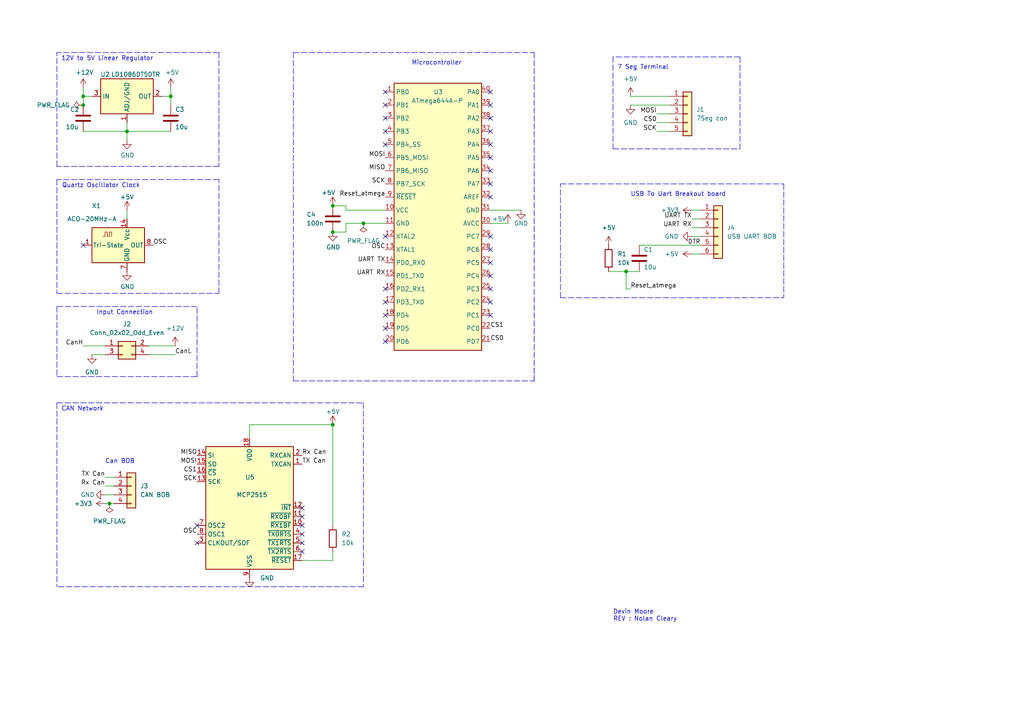
<source format=kicad_sch>
(kicad_sch (version 20211123) (generator eeschema)
  (paper "A4")
  (title_block (title "Wheel Display Schematic V3") (date "2021/01/30"))
  (lib_symbols
    (symbol "Connector_Generic:Conn_01x04" (pin_names (offset 1.016) hide)
      (property "Reference" "J" (at 0 5.08 0))
      (property "Value" "Conn_01x04" (at 0 -7.62 0))
      (symbol "Conn_01x04_1_1"
        (rectangle (start -1.27 -4.953) (end 0 -5.207) (stroke (width 0.1524)))
        (rectangle (start -1.27 -2.413) (end 0 -2.667) (stroke (width 0.1524)))
        (rectangle (start -1.27 0.127) (end 0 -0.127) (stroke (width 0.1524)))
        (rectangle (start -1.27 2.667) (end 0 2.413) (stroke (width 0.1524)))
        (rectangle (start -1.27 3.81) (end 1.27 -6.35) (stroke (width 0.254)) (fill (type background)))
        (pin passive line (at -5.08 2.54 0) (length 3.81) (name "Pin_1") (number "1"))
        (pin passive line (at -5.08 0 0) (length 3.81) (name "Pin_2") (number "2"))
        (pin passive line (at -5.08 -2.54 0) (length 3.81) (name "Pin_3") (number "3"))
        (pin passive line (at -5.08 -5.08 0) (length 3.81) (name "Pin_4") (number "4"))
      )
    )
    (symbol "Connector_Generic:Conn_01x05" (pin_names (offset 1.016) hide)
      (property "Reference" "J" (at 0 7.62 0))
      (property "Value" "Conn_01x05" (at 0 -7.62 0))
      (symbol "Conn_01x05_1_1"
        (rectangle (start -1.27 -4.953) (end 0 -5.207) (stroke (width 0.1524)))
        (rectangle (start -1.27 -2.413) (end 0 -2.667) (stroke (width 0.1524)))
        (rectangle (start -1.27 0.127) (end 0 -0.127) (stroke (width 0.1524)))
        (rectangle (start -1.27 2.667) (end 0 2.413) (stroke (width 0.1524)))
        (rectangle (start -1.27 5.207) (end 0 4.953) (stroke (width 0.1524)))
        (rectangle (start -1.27 6.35) (end 1.27 -6.35) (stroke (width 0.254)) (fill (type background)))
        (pin passive line (at -5.08 5.08 0) (length 3.81) (name "Pin_1") (number "1"))
        (pin passive line (at -5.08 2.54 0) (length 3.81) (name "Pin_2") (number "2"))
        (pin passive line (at -5.08 0 0) (length 3.81) (name "Pin_3") (number "3"))
        (pin passive line (at -5.08 -2.54 0) (length 3.81) (name "Pin_4") (number "4"))
        (pin passive line (at -5.08 -5.08 0) (length 3.81) (name "Pin_5") (number "5"))
      )
    )
    (symbol "Connector_Generic:Conn_01x06" (pin_names (offset 1.016) hide)
      (property "Reference" "J" (at 0 7.62 0))
      (property "Value" "Conn_01x06" (at 0 -10.16 0))
      (symbol "Conn_01x06_1_1"
        (rectangle (start -1.27 -7.493) (end 0 -7.747) (stroke (width 0.1524)))
        (rectangle (start -1.27 -4.953) (end 0 -5.207) (stroke (width 0.1524)))
        (rectangle (start -1.27 -2.413) (end 0 -2.667) (stroke (width 0.1524)))
        (rectangle (start -1.27 0.127) (end 0 -0.127) (stroke (width 0.1524)))
        (rectangle (start -1.27 2.667) (end 0 2.413) (stroke (width 0.1524)))
        (rectangle (start -1.27 5.207) (end 0 4.953) (stroke (width 0.1524)))
        (rectangle (start -1.27 6.35) (end 1.27 -8.89) (stroke (width 0.254)) (fill (type background)))
        (pin passive line (at -5.08 5.08 0) (length 3.81) (name "Pin_1") (number "1"))
        (pin passive line (at -5.08 2.54 0) (length 3.81) (name "Pin_2") (number "2"))
        (pin passive line (at -5.08 0 0) (length 3.81) (name "Pin_3") (number "3"))
        (pin passive line (at -5.08 -2.54 0) (length 3.81) (name "Pin_4") (number "4"))
        (pin passive line (at -5.08 -5.08 0) (length 3.81) (name "Pin_5") (number "5"))
        (pin passive line (at -5.08 -7.62 0) (length 3.81) (name "Pin_6") (number "6"))
      )
    )
    (symbol "Connector_Generic:Conn_02x02_Odd_Even" (pin_names (offset 1.016) hide)
      (property "Reference" "J" (at 1.27 2.54 0))
      (property "Value" "Conn_02x02_Odd_Even" (at 1.27 -5.08 0))
      (symbol "Conn_02x02_Odd_Even_1_1"
        (rectangle (start -1.27 -2.413) (end 0 -2.667) (stroke (width 0.1524)))
        (rectangle (start -1.27 0.127) (end 0 -0.127) (stroke (width 0.1524)))
        (rectangle (start -1.27 1.27) (end 3.81 -3.81) (stroke (width 0.254)) (fill (type background)))
        (rectangle (start 3.81 -2.413) (end 2.54 -2.667) (stroke (width 0.1524)))
        (rectangle (start 3.81 0.127) (end 2.54 -0.127) (stroke (width 0.1524)))
        (pin passive line (at -5.08 0 0) (length 3.81) (name "Pin_1") (number "1"))
        (pin passive line (at 7.62 0 180) (length 3.81) (name "Pin_2") (number "2"))
        (pin passive line (at -5.08 -2.54 0) (length 3.81) (name "Pin_3") (number "3"))
        (pin passive line (at 7.62 -2.54 180) (length 3.81) (name "Pin_4") (number "4"))
      )
    )
    (symbol "Device:C" (pin_numbers hide) (pin_names (offset 0.254))
      (property "Reference" "C" (at 0.635 2.54 0))
      (property "Value" "C" (at 0.635 -2.54 0))
      (symbol "C_0_1"
        (polyline (pts (xy -2.032 -0.762) (xy 2.032 -0.762)) (stroke (width 0.508)))
        (polyline (pts (xy -2.032 0.762) (xy 2.032 0.762)) (stroke (width 0.508)))
      )
      (symbol "C_1_1"
        (pin passive line (at 0 3.81 270) (length 2.794) (name "~") (number "1"))
        (pin passive line (at 0 -3.81 90) (length 2.794) (name "~") (number "2"))
      )
    )
    (symbol "Device:R" (pin_numbers hide) (pin_names (offset 0))
      (property "Reference" "R" (at 2.032 0 90))
      (property "Value" "R" (at 0 0 90))
      (symbol "R_0_1"
        (rectangle (start -1.016 -2.54) (end 1.016 2.54) (stroke (width 0.254)))
      )
      (symbol "R_1_1"
        (pin passive line (at 0 3.81 270) (length 1.27) (name "~") (number "1"))
        (pin passive line (at 0 -3.81 90) (length 1.27) (name "~") (number "2"))
      )
    )
    (symbol "Interface_CAN_LIN:MCP2515-xSO"
      (property "Reference" "U" (at -10.16 19.685 0))
      (property "Value" "MCP2515-xSO" (at 19.05 20.32 0))
      (symbol "MCP2515-xSO_0_1"
        (rectangle (start -12.7 17.78) (end 12.7 -17.78) (stroke (width 0.254)) (fill (type background)))
      )
      (symbol "MCP2515-xSO_1_1"
        (pin output line (at 15.24 12.7 180) (length 2.54) (name "TXCAN") (number "1"))
        (pin output line (at 15.24 -5.08 180) (length 2.54) (name "~{RX1BF}") (number "10"))
        (pin output line (at 15.24 -2.54 180) (length 2.54) (name "~{RX0BF}") (number "11"))
        (pin output line (at 15.24 0 180) (length 2.54) (name "~{INT}") (number "12"))
        (pin input line (at -15.24 7.62 0) (length 2.54) (name "SCK") (number "13"))
        (pin input line (at -15.24 15.24 0) (length 2.54) (name "SI") (number "14"))
        (pin output line (at -15.24 12.7 0) (length 2.54) (name "SO") (number "15"))
        (pin input line (at -15.24 10.16 0) (length 2.54) (name "~{CS}") (number "16"))
        (pin input line (at 15.24 -15.24 180) (length 2.54) (name "~{RESET}") (number "17"))
        (pin power_in line (at 0 20.32 270) (length 2.54) (name "VDD") (number "18"))
        (pin input line (at 15.24 15.24 180) (length 2.54) (name "RXCAN") (number "2"))
        (pin output line (at -15.24 -10.16 0) (length 2.54) (name "CLKOUT/SOF") (number "3"))
        (pin input line (at 15.24 -7.62 180) (length 2.54) (name "~{TX0RTS}") (number "4"))
        (pin input line (at 15.24 -10.16 180) (length 2.54) (name "~{TX1RTS}") (number "5"))
        (pin input line (at 15.24 -12.7 180) (length 2.54) (name "~{TX2RTS}") (number "6"))
        (pin output line (at -15.24 -5.08 0) (length 2.54) (name "OSC2") (number "7"))
        (pin input line (at -15.24 -7.62 0) (length 2.54) (name "OSC1") (number "8"))
        (pin power_in line (at 0 -20.32 90) (length 2.54) (name "VSS") (number "9"))
      )
    )
    (symbol "MCU_Microchip_ATmega:ATmega644A-P"
      (property "Reference" "U3" (at -1.27 45.72 0))
      (property "Value" "ATmega644A-P" (at -7.62 43.18 0))
      (symbol "ATmega644A-P_0_1"
        (rectangle (start -12.7 48.26) (end 12.7 -29.21) (stroke (width 0.254)) (fill (type background)))
      )
      (symbol "ATmega644A-P_1_1"
        (pin bidirectional line (at -15.24 45.72 0) (length 2.54) (name "PB0") (number "1"))
        (pin power_in line (at -15.24 11.43 0) (length 2.54) (name "VCC") (number "10"))
        (pin power_in line (at -15.24 7.62 0) (length 2.54) (name "GND") (number "11"))
        (pin output line (at -15.24 3.81 0) (length 2.54) (name "XTAL2") (number "12"))
        (pin input line (at -15.24 0 0) (length 2.54) (name "XTAL1") (number "13"))
        (pin bidirectional line (at -15.24 -3.81 0) (length 2.54) (name "PD0_RX0") (number "14"))
        (pin bidirectional line (at -15.24 -7.62 0) (length 2.54) (name "PD1_TX0") (number "15"))
        (pin bidirectional line (at -15.24 -11.43 0) (length 2.54) (name "PD2_RX1") (number "16"))
        (pin bidirectional line (at -15.24 -15.24 0) (length 2.54) (name "PD3_TX0") (number "17"))
        (pin bidirectional line (at -15.24 -19.05 0) (length 2.54) (name "PD4") (number "18"))
        (pin bidirectional line (at -15.24 -22.86 0) (length 2.54) (name "PD5") (number "19"))
        (pin bidirectional line (at -15.24 41.91 0) (length 2.54) (name "PB1") (number "2"))
        (pin bidirectional line (at -15.24 -26.67 0) (length 2.54) (name "PD6") (number "20"))
        (pin bidirectional line (at 15.24 -26.67 180) (length 2.54) (name "PD7") (number "21"))
        (pin bidirectional line (at 15.24 -22.86 180) (length 2.54) (name "PC0") (number "22"))
        (pin bidirectional line (at 15.24 -19.05 180) (length 2.54) (name "PC1") (number "23"))
        (pin bidirectional line (at 15.24 -15.24 180) (length 2.54) (name "PC2") (number "24"))
        (pin bidirectional line (at 15.24 -11.43 180) (length 2.54) (name "PC3") (number "25"))
        (pin bidirectional line (at 15.24 -7.62 180) (length 2.54) (name "PC4") (number "26"))
        (pin bidirectional line (at 15.24 -3.81 180) (length 2.54) (name "PC5") (number "27"))
        (pin bidirectional line (at 15.24 0 180) (length 2.54) (name "PC6") (number "28"))
        (pin bidirectional line (at 15.24 3.81 180) (length 2.54) (name "PC7") (number "29"))
        (pin bidirectional line (at -15.24 38.1 0) (length 2.54) (name "PB2") (number "3"))
        (pin power_in line (at 15.24 7.62 180) (length 2.54) (name "AVCC") (number "30"))
        (pin power_in line (at 15.24 11.43 180) (length 2.54) (name "GND") (number "31"))
        (pin passive line (at 15.24 15.24 180) (length 2.54) (name "AREF") (number "32"))
        (pin bidirectional line (at 15.24 19.05 180) (length 2.54) (name "PA7") (number "33"))
        (pin bidirectional line (at 15.24 22.86 180) (length 2.54) (name "PA6") (number "34"))
        (pin bidirectional line (at 15.24 26.67 180) (length 2.54) (name "PA5") (number "35"))
        (pin bidirectional line (at 15.24 30.48 180) (length 2.54) (name "PA4") (number "36"))
        (pin bidirectional line (at 15.24 34.29 180) (length 2.54) (name "PA3") (number "37"))
        (pin bidirectional line (at 15.24 38.1 180) (length 2.54) (name "PA2") (number "38"))
        (pin bidirectional line (at 15.24 41.91 180) (length 2.54) (name "PA1") (number "39"))
        (pin bidirectional line (at -15.24 34.29 0) (length 2.54) (name "PB3") (number "4"))
        (pin bidirectional line (at 15.24 45.72 180) (length 2.54) (name "PA0") (number "40"))
        (pin bidirectional line (at -15.24 30.48 0) (length 2.54) (name "PB4_SS") (number "5"))
        (pin bidirectional line (at -15.24 26.67 0) (length 2.54) (name "PB5_MOSI") (number "6"))
        (pin bidirectional line (at -15.24 22.86 0) (length 2.54) (name "PB6_MISO") (number "7"))
        (pin bidirectional line (at -15.24 19.05 0) (length 2.54) (name "PB7_SCK") (number "8"))
        (pin input line (at -15.24 15.24 0) (length 2.54) (name "~{RESET}") (number "9"))
      )
    )
    (symbol "Oscillator:ACO-xxxMHz-A" (pin_names (offset 0.254))
      (property "Reference" "X" (at -5.08 6.35 0))
      (property "Value" "ACO-xxxMHz-A" (at 1.27 -6.35 0))
      (symbol "ACO-xxxMHz-A_0_1"
        (rectangle (start -10.16 5.08) (end 5.08 -5.08) (stroke (width 0.254)) (fill (type background)))
        (polyline (pts (xy -6.985 2.54) (xy -6.35 2.54) (xy -6.35 3.81) (xy -5.715 3.81) (xy -5.715 2.54) (xy -5.08 2.54) (xy -5.08 3.81) (xy -4.445 3.81) (xy -4.445 2.54)))
      )
      (symbol "ACO-xxxMHz-A_1_1"
        (pin input line (at -12.7 0 0) (length 2.54) (name "Tri-State") (number "1"))
        (pin power_in line (at 0 7.62 270) (length 2.54) (name "Vcc") (number "14"))
        (pin power_in line (at 0 -7.62 90) (length 2.54) (name "GND") (number "7"))
        (pin output line (at 7.62 0 180) (length 2.54) (name "OUT") (number "8"))
      )
    )
    (symbol "Regulator_Linear:LD1086DT50TR"
      (property "Reference" "U" (at 0 10.16 0))
      (property "Value" "LD1086DT50TR" (at 0 7.62 0))
      (symbol "LD1086DT50TR_1_1"
        (rectangle (start -7.62 -5.08) (end 7.62 5.08) (stroke (width 0.254)) (fill (type background)))
        (pin input line (at 0 -7.62 90) (length 2.54) (name "ADJ/GND") (number "1"))
        (pin power_out line (at 10.16 0 180) (length 2.54) (name "OUT") (number "2"))
        (pin power_in line (at -10.16 0 0) (length 2.54) (name "IN") (number "3"))
      )
    )
    (symbol "power:+12V" (power) (pin_names (offset 0))
      (property "Value" "+12V" (at 0 3.556 0))
      (symbol "+12V_0_1"
        (polyline (pts (xy -0.762 1.27) (xy 0 2.54)))
        (polyline (pts (xy 0 0) (xy 0 2.54)))
        (polyline (pts (xy 0 2.54) (xy 0.762 1.27)))
      )
      (symbol "+12V_1_1"
        (pin power_in line (at 0 0 90) (length 0) hide (name "+12V") (number "1"))
      )
    )
    (symbol "power:+3.3V" (power) (pin_names (offset 0))
      (property "Value" "+3.3V" (at 0 3.556 0))
      (symbol "+3.3V_0_1"
        (polyline (pts (xy -0.762 1.27) (xy 0 2.54)))
        (polyline (pts (xy 0 0) (xy 0 2.54)))
        (polyline (pts (xy 0 2.54) (xy 0.762 1.27)))
      )
      (symbol "+3.3V_1_1"
        (pin power_in line (at 0 0 90) (length 0) hide (name "+3V3") (number "1"))
      )
    )
    (symbol "power:+5V" (power) (pin_names (offset 0))
      (property "Value" "+5V" (at 0 3.556 0))
      (symbol "+5V_0_1"
        (polyline (pts (xy -0.762 1.27) (xy 0 2.54)))
        (polyline (pts (xy 0 0) (xy 0 2.54)))
        (polyline (pts (xy 0 2.54) (xy 0.762 1.27)))
      )
      (symbol "+5V_1_1"
        (pin power_in line (at 0 0 90) (length 0) hide (name "+5V") (number "1"))
      )
    )
    (symbol "power:GND" (power) (pin_names (offset 0))
      (property "Value" "GND" (at 0 -3.81 0))
      (symbol "GND_0_1"
        (polyline (pts (xy 0 0) (xy 0 -1.27) (xy 1.27 -1.27) (xy 0 -2.54) (xy -1.27 -1.27) (xy 0 -1.27)))
      )
      (symbol "GND_1_1"
        (pin power_in line (at 0 0 270) (length 0) hide (name "GND") (number "1"))
      )
    )
    (symbol "power:PWR_FLAG" (power) (pin_numbers hide) (pin_names (offset 0) hide)
      (property "Value" "PWR_FLAG" (at 0 3.81 0))
      (symbol "PWR_FLAG_0_0"
        (pin power_out line (at 0 0 90) (length 0) (name "pwr") (number "1"))
      )
      (symbol "PWR_FLAG_0_1"
        (polyline (pts (xy 0 0) (xy 0 1.27) (xy -1.016 1.905) (xy 0 2.54) (xy 1.016 1.905) (xy 0 1.27)))
      )
    )
  )
  (junction (at 24.13 30.48))
  (junction (at 24.13 27.94))
  (junction (at 105.41 64.77))
  (junction (at 96.52 59.69))
  (junction (at 31.75 146.05))
  (junction (at 181.61 78.74))
  (junction (at 36.83 38.1))
  (junction (at 49.53 27.94))
  (junction (at 96.52 67.31))
  (junction (at 96.52 123.19))
  (no_connect (at 111.76 91.44))
  (no_connect (at 111.76 99.06))
  (no_connect (at 111.76 95.25))
  (no_connect (at 142.24 80.01))
  (no_connect (at 142.24 87.63))
  (no_connect (at 57.15 157.48))
  (no_connect (at 24.13 71.12))
  (no_connect (at 87.63 147.32))
  (no_connect (at 111.76 83.82))
  (no_connect (at 111.76 87.63))
  (no_connect (at 87.63 154.94))
  (no_connect (at 142.24 91.44))
  (no_connect (at 87.63 157.48))
  (no_connect (at 142.24 68.58))
  (no_connect (at 142.24 76.2))
  (no_connect (at 142.24 72.39))
  (no_connect (at 142.24 53.34))
  (no_connect (at 142.24 57.15))
  (no_connect (at 111.76 34.29))
  (no_connect (at 111.76 30.48))
  (no_connect (at 111.76 38.1))
  (no_connect (at 111.76 26.67))
  (no_connect (at 111.76 41.91))
  (no_connect (at 142.24 41.91))
  (no_connect (at 142.24 38.1))
  (no_connect (at 142.24 34.29))
  (no_connect (at 142.24 26.67))
  (no_connect (at 142.24 30.48))
  (no_connect (at 142.24 49.53))
  (no_connect (at 142.24 45.72))
  (no_connect (at 142.24 83.82))
  (no_connect (at 87.63 152.4))
  (no_connect (at 87.63 149.86))
  (no_connect (at 87.63 160.02))
  (no_connect (at 57.15 152.4))
  (no_connect (at 111.76 68.58))
  (wire (pts (xy 43.18 100.33) (xy 50.8 100.33)))
  (wire (pts (xy 190.5 33.02) (xy 194.31 33.02)))
  (polyline (pts (xy 177.8 43.18) (xy 214.63 43.18)))
  (wire (pts (xy 200.66 73.66) (xy 203.2 73.66)))
  (polyline (pts (xy 57.15 88.9) (xy 16.51 88.9)))
  (polyline (pts (xy 162.56 53.34) (xy 227.33 53.34)))
  (wire (pts (xy 182.88 27.94) (xy 194.31 27.94)))
  (wire (pts (xy 87.63 162.56) (xy 96.52 162.56)))
  (wire (pts (xy 181.61 83.82) (xy 182.88 83.82)))
  (polyline (pts (xy 63.5 15.24) (xy 63.5 48.26)))
  (polyline (pts (xy 154.94 110.49) (xy 154.94 106.68)))
  (polyline (pts (xy 16.51 109.22) (xy 57.15 109.22)))
  (polyline (pts (xy 85.09 15.24) (xy 154.94 15.24)))
  (wire (pts (xy 30.48 143.51) (xy 33.02 143.51)))
  (wire (pts (xy 181.61 78.74) (xy 181.61 83.82)))
  (wire (pts (xy 24.13 38.1) (xy 36.83 38.1)))
  (wire (pts (xy 190.5 38.1) (xy 194.31 38.1)))
  (polyline (pts (xy 105.41 116.84) (xy 105.41 170.18)))
  (wire (pts (xy 30.48 138.43) (xy 33.02 138.43)))
  (wire (pts (xy 36.83 35.56) (xy 36.83 38.1)))
  (wire (pts (xy 72.39 123.19) (xy 96.52 123.19)))
  (wire (pts (xy 26.67 102.87) (xy 30.48 102.87)))
  (wire (pts (xy 24.13 27.94) (xy 24.13 25.4)))
  (wire (pts (xy 30.48 146.05) (xy 31.75 146.05)))
  (wire (pts (xy 147.32 64.77) (xy 142.24 64.77)))
  (polyline (pts (xy 177.8 16.51) (xy 177.8 43.18)))
  (wire (pts (xy 46.99 27.94) (xy 49.53 27.94)))
  (wire (pts (xy 142.24 60.96) (xy 151.13 60.96)))
  (polyline (pts (xy 162.56 86.36) (xy 162.56 53.34)))
  (polyline (pts (xy 16.51 88.9) (xy 16.51 109.22)))
  (wire (pts (xy 200.66 68.58) (xy 203.2 68.58)))
  (wire (pts (xy 100.33 67.31) (xy 100.33 64.77)))
  (wire (pts (xy 96.52 123.19) (xy 96.52 152.4)))
  (polyline (pts (xy 57.15 109.22) (xy 57.15 109.22)))
  (wire (pts (xy 200.66 66.04) (xy 203.2 66.04)))
  (wire (pts (xy 31.75 146.05) (xy 33.02 146.05)))
  (wire (pts (xy 24.13 100.33) (xy 30.48 100.33)))
  (wire (pts (xy 26.67 27.94) (xy 24.13 27.94)))
  (wire (pts (xy 100.33 64.77) (xy 105.41 64.77)))
  (polyline (pts (xy 162.56 86.36) (xy 227.33 86.36)))
  (polyline (pts (xy 214.63 16.51) (xy 177.8 16.51)))
  (wire (pts (xy 24.13 30.48) (xy 24.13 27.94)))
  (polyline (pts (xy 85.09 110.49) (xy 154.94 110.49)))
  (wire (pts (xy 36.83 38.1) (xy 36.83 40.64)))
  (polyline (pts (xy 214.63 16.51) (xy 214.63 16.51)))
  (polyline (pts (xy 63.5 52.07) (xy 16.51 52.07)))
  (wire (pts (xy 185.42 71.12) (xy 203.2 71.12)))
  (polyline (pts (xy 16.51 116.84) (xy 16.51 170.18)))
  (wire (pts (xy 181.61 78.74) (xy 185.42 78.74)))
  (wire (pts (xy 96.52 67.31) (xy 100.33 67.31)))
  (wire (pts (xy 72.39 123.19) (xy 72.39 127)))
  (polyline (pts (xy 16.51 48.26) (xy 16.51 15.24)))
  (wire (pts (xy 111.76 60.96) (xy 100.33 60.96)))
  (wire (pts (xy 36.83 60.96) (xy 36.83 63.5)))
  (wire (pts (xy 100.33 59.69) (xy 96.52 59.69)))
  (polyline (pts (xy 16.51 116.84) (xy 105.41 116.84)))
  (polyline (pts (xy 63.5 85.09) (xy 63.5 52.07)))
  (polyline (pts (xy 154.94 15.24) (xy 154.94 110.49)))
  (polyline (pts (xy 85.09 15.24) (xy 85.09 110.49)))
  (wire (pts (xy 176.53 78.74) (xy 181.61 78.74)))
  (wire (pts (xy 49.53 30.48) (xy 49.53 27.94)))
  (wire (pts (xy 200.66 63.5) (xy 203.2 63.5)))
  (wire (pts (xy 105.41 64.77) (xy 111.76 64.77)))
  (wire (pts (xy 200.66 60.96) (xy 203.2 60.96)))
  (wire (pts (xy 96.52 160.02) (xy 96.52 162.56)))
  (polyline (pts (xy 227.33 53.34) (xy 227.33 86.36)))
  (wire (pts (xy 49.53 38.1) (xy 36.83 38.1)))
  (wire (pts (xy 182.88 30.48) (xy 194.31 30.48)))
  (wire (pts (xy 190.5 35.56) (xy 194.31 35.56)))
  (polyline (pts (xy 57.15 109.22) (xy 57.15 88.9)))
  (wire (pts (xy 100.33 60.96) (xy 100.33 59.69)))
  (wire (pts (xy 30.48 140.97) (xy 33.02 140.97)))
  (wire (pts (xy 43.18 102.87) (xy 50.8 102.87)))
  (polyline (pts (xy 105.41 170.18) (xy 16.51 170.18)))
  (wire (pts (xy 49.53 25.4) (xy 49.53 27.94)))
  (polyline (pts (xy 16.51 52.07) (xy 16.51 85.09)))
  (polyline (pts (xy 63.5 48.26) (xy 16.51 48.26)))
  (polyline (pts (xy 214.63 16.51) (xy 214.63 43.18)))
  (polyline (pts (xy 16.51 85.09) (xy 63.5 85.09)))
  (polyline (pts (xy 63.5 15.24) (xy 16.51 15.24)))
  (text "CAN Network" (at 17.78 119.38 0) (effects (font (size 1.27 1.27)) (justify left bottom)))
  (text "USB To Uart Breakout board\n" (at 182.88 57.15 0) (effects (font (size 1.27 1.27)) (justify left bottom)))
  (text "Can BOB\n" (at 30.48 134.62 0) (effects (font (size 1.27 1.27)) (justify left bottom)))
  (text "12V to 5V Linear Regulator" (at 17.78 17.78 0) (effects (font (size 1.27 1.27)) (justify left bottom)))
  (text "Quartz Oscillator Clock\n" (at 40.64 54.61 180) (effects (font (size 1.27 1.27)) (justify right bottom)))
  (text "7 Seg Terminal\n" (at 179.07 20.32 0) (effects (font (size 1.27 1.27)) (justify left bottom)))
  (text "Devin Moore\nREV : Nolan Cleary\n" (at 177.8 180.34 0) (effects (font (size 1.27 1.27)) (justify left bottom)))
  (text "Microcontroller" (at 119.38 19.05 0) (effects (font (size 1.27 1.27)) (justify left bottom)))
  (text "Input Connection" (at 27.94 91.44 0) (effects (font (size 1.27 1.27)) (justify left bottom)))
  (label "Reset_atmega" (at 182.88 83.82 0))
  (label "MOSI" (at 57.15 134.62 180))
  (label "OSC" (at 57.15 154.94 180))
  (label "Rx Can" (at 30.48 140.97 180))
  (label "UART TX" (at 111.76 76.2 180))
  (label "TX Can" (at 30.48 138.43 180))
  (label "MOSI" (at 190.5 33.02 180))
  (label "OSC" (at 44.45 71.12 0))
  (label "Rx Can" (at 87.63 132.08 0))
  (label "UART TX" (at 200.66 63.5 180))
  (label "CS1" (at 57.15 137.16 180))
  (label "CanH" (at 24.13 100.33 180))
  (label "SCK" (at 190.5 38.1 180))
  (label "SCK" (at 111.76 53.34 180))
  (label "Reset_atmega" (at 111.76 57.15 180))
  (label "CS0" (at 142.24 99.06 0))
  (label "CS1" (at 142.24 95.25 0))
  (label "TX Can" (at 87.63 134.62 0))
  (label "MISO" (at 57.15 132.08 180))
  (label "UART RX" (at 200.66 66.04 180))
  (label "CanL" (at 50.8 102.87 0))
  (label "DTR" (at 203.2 71.12 180))
  (label "UART RX" (at 111.76 80.01 180))
  (label "MISO" (at 111.76 49.53 180))
  (label "OSC" (at 111.76 72.39 180))
  (label "SCK" (at 57.15 139.7 180))
  (label "MOSI" (at 111.76 45.72 180))
  (label "CS0" (at 190.5 35.56 180))
  (symbol (lib_id "Regulator_Linear:LD1086DT50TR") (at 36.83 27.94 0) (unit 1)
    (property "Reference" "U2" (at 30.48 21.59 0))
    (property "Value" "LD1086DT50TR" (at 39.37 21.59 0))
    (property "Footprint" "Package_TO_SOT_SMD:TO-252-2" (effects hide))
    (property "Datasheet" "https://www.st.com/resource/en/datasheet/ld1086.pdf" (effects hide))
  )
  (symbol (lib_id "Device:C") (at 49.53 34.29 0) (unit 1)
    (property "Reference" "C3" (at 50.8 31.75 0) (effects (justify left)))
    (property "Value" "10u" (at 50.8 36.83 0) (effects (justify left)))
    (property "Footprint" "Capacitor_THT:C_Disc_D3.0mm_W1.6mm_P2.50mm" (effects hide))
  )
  (symbol (lib_id "Device:C") (at 24.13 34.29 0) (unit 1)
    (property "Reference" "C2" (at 20.32 31.75 0) (effects (justify left)))
    (property "Value" "10u" (at 19.05 36.83 0) (effects (justify left)))
    (property "Footprint" "Capacitor_THT:C_Disc_D3.0mm_W1.6mm_P2.50mm" (effects hide))
  )
  (symbol (lib_id "power:GND") (at 36.83 40.64 0) (unit 1)
    (property "Reference" "#PWR0129" (effects hide))
    (property "Value" "GND" (at 36.957 45.0342 0))
  )
  (symbol (lib_id "power:+12V") (at 24.13 25.4 0) (unit 1)
    (property "Reference" "#PWR0127" (effects hide))
    (property "Value" "+12V" (at 24.511 21.0058 0))
  )
  (symbol (lib_id "power:+5V") (at 49.53 25.4 0) (unit 1)
    (property "Reference" "#PWR0125" (effects hide))
    (property "Value" "+5V" (at 49.911 21.0058 0))
  )
  (symbol (lib_id "power:GND") (at 36.83 78.74 0) (unit 1)
    (property "Reference" "#PWR0120" (effects hide))
    (property "Value" "GND" (at 36.957 83.1342 0))
  )
  (symbol (lib_id "power:+5V") (at 96.52 59.69 0) (unit 1)
    (property "Reference" "#PWR0135" (effects hide))
    (property "Value" "+5V" (at 95.25 55.88 0))
  )
  (symbol (lib_id "power:GND") (at 96.52 67.31 0) (unit 1)
    (property "Reference" "#PWR0118" (effects hide))
    (property "Value" "GND" (at 96.647 71.7042 0))
  )
  (symbol (lib_id "Device:C") (at 96.52 63.5 0) (unit 1)
    (property "Reference" "C4" (at 88.9 62.23 0) (effects (justify left)))
    (property "Value" "100n" (at 88.9 64.77 0) (effects (justify left)))
    (property "Footprint" "Capacitor_THT:C_Disc_D3.0mm_W1.6mm_P2.50mm" (effects hide))
  )
  (symbol (lib_id "power:PWR_FLAG") (at 31.75 146.05 180) (unit 1)
    (property "Reference" "#FLG0103" (effects hide))
    (property "Value" "PWR_FLAG" (at 31.75 151.13 0))
  )
  (symbol (lib_id "power:+5V") (at 96.52 123.19 0) (unit 1)
    (property "Reference" "#PWR0106" (effects hide))
    (property "Value" "+5V" (at 96.52 119.38 0))
  )
  (symbol (lib_id "power:+5V") (at 147.32 64.77 0) (unit 1)
    (property "Reference" "#PWR0102" (effects hide))
    (property "Value" "+5V" (at 144.78 63.5 0))
  )
  (symbol (lib_id "power:PWR_FLAG") (at 105.41 64.77 180) (unit 1)
    (property "Reference" "#FLG0102" (effects hide))
    (property "Value" "PWR_FLAG" (at 105.41 69.85 0))
  )
  (symbol (lib_id "Device:R") (at 176.53 74.93 0) (unit 1)
    (property "Reference" "R1" (at 179.07 73.6599 0) (effects (justify left)))
    (property "Value" "10k" (at 179.07 76.1999 0) (effects (justify left)))
    (property "Footprint" "Resistor_THT:R_Axial_DIN0204_L3.6mm_D1.6mm_P5.08mm_Horizontal" (effects hide))
  )
  (symbol (lib_id "power:+5V") (at 182.88 27.94 0) (unit 1)
    (property "Reference" "#PWR04" (effects hide))
    (property "Value" "+5V" (at 182.88 22.86 0))
  )
  (symbol (lib_id "power:+5V") (at 36.83 60.96 0) (unit 1)
    (property "Reference" "#PWR03" (effects hide))
    (property "Value" "+5V" (at 36.83 57.15 0))
  )
  (symbol (lib_id "Device:C") (at 185.42 74.93 0) (unit 1)
    (property "Reference" "C1" (at 186.69 72.39 0) (effects (justify left)))
    (property "Value" "10u" (at 186.69 77.47 0) (effects (justify left)))
    (property "Footprint" "Capacitor_THT:C_Disc_D3.0mm_W1.6mm_P2.50mm" (effects hide))
  )
  (symbol (lib_id "power:GND") (at 72.39 167.64 0) (unit 1)
    (property "Reference" "#PWR0107" (effects hide))
    (property "Value" "GND" (at 77.47 167.64 0))
  )
  (symbol (lib_id "power:GND") (at 200.66 68.58 270) (unit 1)
    (property "Reference" "#PWR02" (effects hide))
    (property "Value" "GND" (at 196.85 68.5799 90) (effects (justify right)))
  )
  (symbol (lib_id "power:+3.3V") (at 200.66 60.96 90) (unit 1)
    (property "Reference" "#PWR01" (effects hide))
    (property "Value" "+3.3V" (at 194.31 60.96 90))
  )
  (symbol (lib_id "Oscillator:ACO-xxxMHz-A") (at 36.83 71.12 0) (unit 1)
    (property "Reference" "X1" (at 27.94 59.69 0))
    (property "Value" "ACO-20MHz-A" (at 26.67 63.5 0))
    (property "Footprint" "Oscillator:Oscillator_DIP-14" (effects hide))
    (property "Datasheet" "http://www.conwin.com/datasheets/cx/cx030.pdf" (effects hide))
  )
  (symbol (lib_id "power:GND") (at 26.67 102.87 0) (unit 1)
    (property "Reference" "#PWR06" (effects hide))
    (property "Value" "GND" (at 26.67 107.95 0))
  )
  (symbol (lib_id "power:GND") (at 182.88 30.48 0) (unit 1)
    (property "Reference" "#PWR05" (effects hide))
    (property "Value" "GND" (at 182.88 35.56 0))
  )
  (symbol (lib_id "power:GND") (at 30.48 143.51 270) (unit 1)
    (property "Reference" "#PWR0104" (effects hide))
    (property "Value" "GND" (at 25.4 143.51 90))
  )
  (symbol (lib_id "power:+12V") (at 50.8 100.33 0) (unit 1)
    (property "Reference" "#PWR07" (effects hide))
    (property "Value" "+12V" (at 50.8 95.25 0))
  )
  (symbol (lib_id "Device:R") (at 96.52 156.21 0) (unit 1)
    (property "Reference" "R2" (at 99.06 154.9399 0) (effects (justify left)))
    (property "Value" "10k" (at 99.06 157.4799 0) (effects (justify left)))
    (property "Footprint" "Resistor_THT:R_Axial_DIN0204_L3.6mm_D1.6mm_P5.08mm_Horizontal" (effects hide))
  )
  (symbol (lib_id "Connector_Generic:Conn_02x02_Odd_Even") (at 35.56 100.33 0) (unit 1)
    (property "Reference" "J2" (at 36.83 93.98 0))
    (property "Value" "Conn_02x02_Odd_Even" (at 36.83 96.52 0))
    (property "Footprint" "Connector_PinSocket_2.00mm:PinSocket_2x02_P2.00mm_Vertical" (effects hide))
  )
  (symbol (lib_id "power:GND") (at 151.13 60.96 0) (unit 1)
    (property "Reference" "#PWR0101" (effects hide))
    (property "Value" "GND" (at 151.13 64.77 0))
  )
  (symbol (lib_id "Interface_CAN_LIN:MCP2515-xSO") (at 72.39 147.32 0) (unit 1)
    (property "Reference" "U5" (at 71.12 138.43 0) (effects (justify left)))
    (property "Value" "MCP2515" (at 68.58 143.51 0) (effects (justify left)))
    (property "Footprint" "Package_DIP:DIP-18_W7.62mm_Socket" (effects hide))
    (property "Datasheet" "http://ww1.microchip.com/downloads/en/DeviceDoc/21801e.pdf" (effects hide))
  )
  (symbol (lib_id "power:+3.3V") (at 30.48 146.05 90) (unit 1)
    (property "Reference" "#PWR0105" (effects hide))
    (property "Value" "+3.3V" (at 24.13 146.05 90))
  )
  (symbol (lib_id "Connector_Generic:Conn_01x06") (at 208.28 66.04 0) (unit 1)
    (property "Reference" "J4" (at 210.82 66.0399 0) (effects (justify left)))
    (property "Value" "USB UART BOB" (at 210.82 68.5799 0) (effects (justify left)))
    (property "Footprint" "Connector_PinHeader_2.00mm:PinHeader_1x06_P2.00mm_Vertical" (effects hide))
  )
  (symbol (lib_id "MCU_Microchip_ATmega:ATmega644A-P") (at 127 72.39 0) (unit 1)
    (property "Reference" "U3" (at 125.73 26.67 0) (effects (justify left)))
    (property "Value" "ATmega644A-P" (at 119.38 29.21 0) (effects (justify left)))
    (property "Footprint" "Package_DIP:DIP-40_W15.24mm" (effects hide))
    (property "Datasheet" "http://ww1.microchip.com/downloads/en/DeviceDoc/Atmel-8272-8-bit-AVR-microcontroller-ATmega164A_PA-324A_PA-644A_PA-1284_P_datasheet.pdf" (effects hide))
  )
  (symbol (lib_id "power:PWR_FLAG") (at 24.13 30.48 90) (unit 1)
    (property "Reference" "#FLG0101" (effects hide))
    (property "Value" "PWR_FLAG" (at 20.32 30.4799 90) (effects (justify left)))
  )
  (symbol (lib_id "power:+5V") (at 200.66 73.66 90) (unit 1)
    (property "Reference" "#PWR010" (effects hide))
    (property "Value" "+5V" (at 196.85 73.6599 90) (effects (justify left)))
  )
  (symbol (lib_id "power:+5V") (at 176.53 71.12 0) (unit 1)
    (property "Reference" "#PWR0103" (effects hide))
    (property "Value" "+5V" (at 176.53 66.04 0))
  )
  (symbol (lib_id "Connector_Generic:Conn_01x05") (at 199.39 33.02 0) (unit 1)
    (property "Reference" "J1" (at 201.93 31.7499 0) (effects (justify left)))
    (property "Value" "7Seg con" (at 201.93 34.2899 0) (effects (justify left)))
    (property "Footprint" "Connector_PinSocket_2.00mm:PinSocket_1x05_P2.00mm_Vertical" (effects hide))
  )
  (symbol (lib_id "Connector_Generic:Conn_01x04") (at 38.1 140.97 0) (unit 1)
    (property "Reference" "J3" (at 40.64 140.9699 0) (effects (justify left)))
    (property "Value" "CAN BOB" (at 40.64 143.5099 0) (effects (justify left)))
    (property "Footprint" "Connector_PinHeader_2.00mm:PinHeader_1x04_P2.00mm_Vertical" (effects hide))
  )
)
</source>
